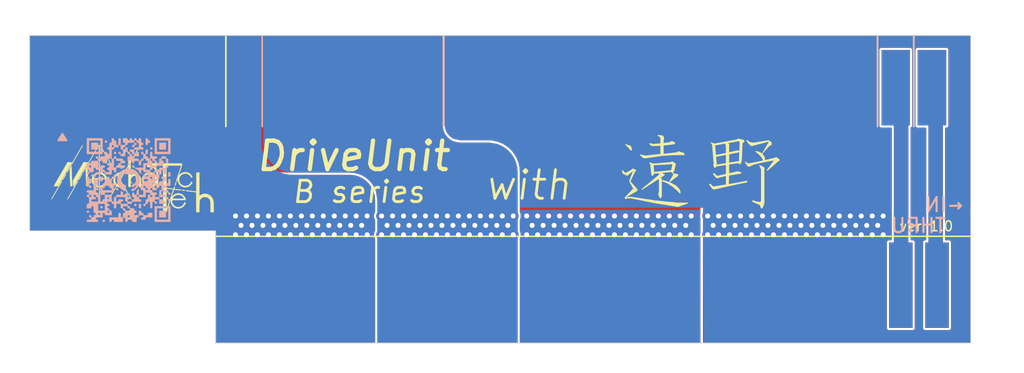
<source format=kicad_pcb>
(kicad_pcb (version 20171130) (host pcbnew "(5.1.10)-1")
  (layers (0 Top signal) (31 Bottom signal) (34 B.Paste user) (35 F.Paste user) (36 B.SilkS user) (37 F.SilkS user) (38 B.Mask user) (39 F.Mask user) (44 Edge.Cuts user))
  (net 0 "")
  (net 1 GND)
  (net 2 VCC)
  (net 3 /SA)
  (net 4 /SB)
  (net 5 /VCC_IN)
  (net 6 /DIR_IN)
  (net 7 /PWM_IN)
  (net 8 /GND_IN)
  (module "DUB_with_Tono(ver1.0):QRコード" (layer Bottom) (at 122.44832 104.3432 180)
    (fp_text reference G*** hide)
    (fp_text value LOGO hide)
  )
  (module "DUB_with_Tono(ver1.0):メカテック部ロゴ" (layer Top) (at 122.85472 104.1654)
    (fp_text reference G*** hide)
    (fp_text value LOGO hide)
  )
  (module "DUB_with_Tono(ver1.0):10046971-019LF" (layer Top) (at 148.3211 97.8786)
    (fp_text reference DUB1 hide)
    (fp_text value 10046971-019LF hide)
    (pad P$50 smd rect (at -30.48 0) (size 2 5.3) (layers Bottom B.Paste B.Mask) (net 3 /SA))
    (pad P$49 smd rect (at -27.94 0) (size 2 5.3) (layers Bottom B.Paste B.Mask) (net 3 /SA))
    (pad P$48 smd rect (at -25.4 0) (size 2 5.3) (layers Bottom B.Paste B.Mask) (net 3 /SA))
    (pad P$47 smd rect (at -22.86 0) (size 2 5.3) (layers Bottom B.Paste B.Mask) (net 3 /SA))
    (pad P$46 smd rect (at -20.32 0) (size 2 5.3) (layers Bottom B.Paste B.Mask) (net 3 /SA))
    (pad P$45 smd rect (at -17.78 0) (size 2 5.3) (layers Bottom B.Paste B.Mask) (net 3 /SA))
    (pad P$44 smd rect (at -15.24 0) (size 2 5.3) (layers Bottom B.Paste B.Mask) (net 4 /SB))
    (pad P$43 smd rect (at -12.7 0) (size 2 5.3) (layers Bottom B.Paste B.Mask) (net 4 /SB))
    (pad P$42 smd rect (at -10.16 0) (size 2 5.3) (layers Bottom B.Paste B.Mask) (net 4 /SB))
    (pad P$41 smd rect (at -7.62 0) (size 2 5.3) (layers Bottom B.Paste B.Mask) (net 4 /SB))
    (pad P$40 smd rect (at -5.08 0) (size 2 5.3) (layers Bottom B.Paste B.Mask) (net 4 /SB))
    (pad P$39 smd rect (at -2.54 0) (size 2 5.3) (layers Bottom B.Paste B.Mask) (net 1 GND))
    (pad P$38 smd rect (at 0 0) (size 2 5.3) (layers Bottom B.Paste B.Mask) (net 1 GND))
    (pad P$37 smd rect (at 2.54 0) (size 2 5.3) (layers Bottom B.Paste B.Mask) (net 1 GND))
    (pad P$36 smd rect (at 5.08 0) (size 2 5.3) (layers Bottom B.Paste B.Mask) (net 1 GND))
    (pad P$35 smd rect (at 7.62 0) (size 2 5.3) (layers Bottom B.Paste B.Mask) (net 1 GND))
    (pad P$34 smd rect (at 10.16 0) (size 2 5.3) (layers Bottom B.Paste B.Mask) (net 1 GND))
    (pad P$33 smd rect (at 12.7 0) (size 2 5.3) (layers Bottom B.Paste B.Mask) (net 1 GND))
    (pad P$32 smd rect (at 15.24 0) (size 2 5.3) (layers Bottom B.Paste B.Mask) (net 1 GND))
    (pad P$31 smd rect (at 17.78 0) (size 2 5.3) (layers Bottom B.Paste B.Mask) (net 1 GND))
    (pad P$30 smd rect (at 20.32 0) (size 2 5.3) (layers Bottom B.Paste B.Mask) (net 1 GND))
    (pad P$29 smd rect (at 22.86 0) (size 2 5.3) (layers Bottom B.Paste B.Mask) (net 1 GND))
    (pad P$28 smd rect (at 25.4 0) (size 2 5.3) (layers Bottom B.Paste B.Mask) (net 1 GND))
    (pad P$27 smd rect (at 27.94 0) (size 2 5.3) (layers Bottom B.Paste B.Mask) (net 5 /VCC_IN))
    (pad P$26 smd rect (at 30.48 0) (size 2 5.3) (layers Bottom B.Paste B.Mask) (net 6 /DIR_IN))
    (pad P$25 smd rect (at 30.48 0) (size 2 5.3) (layers Top F.Paste F.Mask) (net 7 /PWM_IN))
    (pad P$24 smd rect (at 27.94 0) (size 2 5.3) (layers Top F.Paste F.Mask) (net 8 /GND_IN))
    (pad P$23 smd rect (at 25.4 0) (size 2 5.3) (layers Top F.Paste F.Mask) (net 2 VCC))
    (pad P$22 smd rect (at 22.86 0) (size 2 5.3) (layers Top F.Paste F.Mask) (net 2 VCC))
    (pad P$21 smd rect (at 20.32 0) (size 2 5.3) (layers Top F.Paste F.Mask) (net 2 VCC))
    (pad P$20 smd rect (at 17.78 0) (size 2 5.3) (layers Top F.Paste F.Mask) (net 2 VCC))
    (pad P$19 smd rect (at 15.24 0) (size 2 5.3) (layers Top F.Paste F.Mask) (net 2 VCC))
    (pad P$18 smd rect (at 12.7 0) (size 2 5.3) (layers Top F.Paste F.Mask) (net 2 VCC))
    (pad P$17 smd rect (at 10.16 0) (size 2 5.3) (layers Top F.Paste F.Mask) (net 2 VCC))
    (pad P$16 smd rect (at 7.62 0) (size 2 5.3) (layers Top F.Paste F.Mask) (net 2 VCC))
    (pad P$15 smd rect (at 5.08 0) (size 2 5.3) (layers Top F.Paste F.Mask) (net 2 VCC))
    (pad P$14 smd rect (at 2.54 0) (size 2 5.3) (layers Top F.Paste F.Mask) (net 2 VCC))
    (pad P$13 smd rect (at 0 0) (size 2 5.3) (layers Top F.Paste F.Mask) (net 2 VCC))
    (pad P$12 smd rect (at -2.54 0) (size 2 5.3) (layers Top F.Paste F.Mask) (net 2 VCC))
    (pad P$11 smd rect (at -5.08 0) (size 2 5.3) (layers Top F.Paste F.Mask) (net 4 /SB))
    (pad P$10 smd rect (at -7.62 0) (size 2 5.3) (layers Top F.Paste F.Mask) (net 4 /SB))
    (pad P$9 smd rect (at -10.16 0) (size 2 5.3) (layers Top F.Paste F.Mask) (net 4 /SB))
    (pad P$8 smd rect (at -12.7 0) (size 2 5.3) (layers Top F.Paste F.Mask) (net 4 /SB))
    (pad P$7 smd rect (at -15.24 0) (size 2 5.3) (layers Top F.Paste F.Mask) (net 4 /SB))
    (pad P$6 smd rect (at -17.78 0) (size 2 5.3) (layers Top F.Paste F.Mask) (net 4 /SB))
    (pad P$5 smd rect (at -20.32 0) (size 2 5.3) (layers Top F.Paste F.Mask) (net 3 /SA))
    (pad P$4 smd rect (at -22.86 0) (size 2 5.3) (layers Top F.Paste F.Mask) (net 3 /SA))
    (pad P$3 smd rect (at -25.4 0) (size 2 5.3) (layers Top F.Paste F.Mask) (net 3 /SA))
    (pad P$2 smd rect (at -27.94 0) (size 2 5.3) (layers Top F.Paste F.Mask) (net 3 /SA))
    (pad P$1 smd rect (at -30.48 0) (size 2 5.3) (layers Top F.Paste F.Mask) (net 3 /SA))
  )
  (module "DUB_with_Tono(ver1.0):5-5530843-4" (layer Top) (at 156.2989 111.7346)
    (fp_text reference 遠野1 hide)
    (fp_text value 5-5530843-4 hide)
    (pad P$40 smd rect (at -25.4 0) (size 1.651 6) (layers Bottom B.Paste B.Mask) (net 3 /SA))
    (pad P$39 smd rect (at -22.86 0) (size 1.651 6) (layers Bottom B.Paste B.Mask) (net 3 /SA))
    (pad P$38 smd rect (at -20.32 0) (size 1.651 6) (layers Bottom B.Paste B.Mask) (net 3 /SA))
    (pad P$37 smd rect (at -17.78 0) (size 1.651 6) (layers Bottom B.Paste B.Mask) (net 3 /SA))
    (pad P$36 smd rect (at -15.24 0) (size 1.651 6) (layers Bottom B.Paste B.Mask) (net 4 /SB))
    (pad P$35 smd rect (at -12.7 0) (size 1.651 6) (layers Bottom B.Paste B.Mask) (net 4 /SB))
    (pad P$34 smd rect (at -10.16 0) (size 1.651 6) (layers Bottom B.Paste B.Mask) (net 4 /SB))
    (pad P$33 smd rect (at -7.62 0) (size 1.651 6) (layers Bottom B.Paste B.Mask) (net 4 /SB))
    (pad P$32 smd rect (at -5.08 0) (size 1.651 6) (layers Bottom B.Paste B.Mask) (net 2 VCC))
    (pad P$31 smd rect (at -2.54 0) (size 1.651 6) (layers Bottom B.Paste B.Mask) (net 2 VCC))
    (pad P$30 smd rect (at 0 0) (size 1.651 6) (layers Bottom B.Paste B.Mask) (net 2 VCC))
    (pad P$29 smd rect (at 2.54 0) (size 1.651 6) (layers Bottom B.Paste B.Mask) (net 2 VCC))
    (pad P$28 smd rect (at 5.08 0) (size 1.651 6) (layers Bottom B.Paste B.Mask) (net 2 VCC))
    (pad P$27 smd rect (at 7.62 0) (size 1.651 6) (layers Bottom B.Paste B.Mask) (net 1 GND))
    (pad P$26 smd rect (at 10.16 0) (size 1.651 6) (layers Bottom B.Paste B.Mask) (net 1 GND))
    (pad P$25 smd rect (at 12.7 0) (size 1.651 6) (layers Bottom B.Paste B.Mask) (net 1 GND))
    (pad P$24 smd rect (at 15.24 0) (size 1.651 6) (layers Bottom B.Paste B.Mask) (net 1 GND))
    (pad P$23 smd rect (at 17.78 0) (size 1.651 6) (layers Bottom B.Paste B.Mask) (net 1 GND))
    (pad P$22 smd rect (at 20.32 0) (size 1.651 6) (layers Bottom B.Paste B.Mask) (net 5 /VCC_IN))
    (pad P$21 smd rect (at 22.86 0) (size 1.651 6) (layers Bottom B.Paste B.Mask) (net 6 /DIR_IN))
    (pad P$20 smd rect (at 22.86 0) (size 1.651 6) (layers Top F.Paste F.Mask) (net 7 /PWM_IN))
    (pad P$19 smd rect (at 20.32 0) (size 1.651 6) (layers Top F.Paste F.Mask) (net 8 /GND_IN))
    (pad P$18 smd rect (at 17.78 0) (size 1.651 6) (layers Top F.Paste F.Mask) (net 1 GND))
    (pad P$17 smd rect (at 15.24 0) (size 1.651 6) (layers Top F.Paste F.Mask) (net 1 GND))
    (pad P$16 smd rect (at 12.7 0) (size 1.651 6) (layers Top F.Paste F.Mask) (net 1 GND))
    (pad P$15 smd rect (at 10.16 0) (size 1.651 6) (layers Top F.Paste F.Mask) (net 1 GND))
    (pad P$14 smd rect (at 7.62 0) (size 1.651 6) (layers Top F.Paste F.Mask) (net 1 GND))
    (pad P$13 smd rect (at 5.08 0) (size 1.651 6) (layers Top F.Paste F.Mask) (net 2 VCC))
    (pad P$12 smd rect (at 2.54 0) (size 1.651 6) (layers Top F.Paste F.Mask) (net 2 VCC))
    (pad P$11 smd rect (at 0 0) (size 1.651 6) (layers Top F.Paste F.Mask) (net 2 VCC))
    (pad P$10 smd rect (at -2.54 0) (size 1.651 6) (layers Top F.Paste F.Mask) (net 2 VCC))
    (pad P$9 smd rect (at -5.08 0) (size 1.651 6) (layers Top F.Paste F.Mask) (net 2 VCC))
    (pad P$8 smd rect (at -7.62 0) (size 1.651 6) (layers Top F.Paste F.Mask) (net 4 /SB))
    (pad P$7 smd rect (at -10.16 0) (size 1.651 6) (layers Top F.Paste F.Mask) (net 4 /SB))
    (pad P$6 smd rect (at -12.7 0) (size 1.651 6) (layers Top F.Paste F.Mask) (net 4 /SB))
    (pad P$5 smd rect (at -15.24 0) (size 1.651 6) (layers Top F.Paste F.Mask) (net 4 /SB))
    (pad P$4 smd rect (at -17.78 0) (size 1.651 6) (layers Top F.Paste F.Mask) (net 3 /SA))
    (pad P$3 smd rect (at -20.32 0) (size 1.651 6) (layers Top F.Paste F.Mask) (net 3 /SA))
    (pad P$2 smd rect (at -22.86 0) (size 1.651 6) (layers Top F.Paste F.Mask) (net 3 /SA))
    (pad P$1 smd rect (at -25.4 0) (size 1.651 6) (layers Top F.Paste F.Mask) (net 3 /SA))
  )
  (module "DUB_with_Tono(ver1.0):TOONO" (layer Top) (at 156.21508 106.95432)
    (fp_text reference U$1 hide)
    (fp_text value YAJU hide)
  )
  (gr_line (start 177.52568 94.22384) (end 177.52568 100.59924) (layer B.SilkS) (width 0.12))
  (gr_line (start 174.98568 94.22384) (end 174.98568 100.59924) (layer B.SilkS) (width 0.12))
  (gr_line (start 144.52092 94.22384) (end 144.52092 100.59924) (layer B.SilkS) (width 0.12))
  (gr_line (start 131.80568 94.22384) (end 131.80568 100.59924) (layer B.SilkS) (width 0.12))
  (gr_line (start 177.52568 94.22384) (end 177.52568 100.59924) (layer F.SilkS) (width 0.12))
  (gr_line (start 174.98568 94.22384) (end 174.98568 100.59924) (layer F.SilkS) (width 0.12))
  (gr_line (start 144.52092 100.59924) (end 144.52092 94.22384) (layer F.SilkS) (width 0.12))
  (gr_line (start 129.25552 100.59924) (end 129.25552 94.22384) (layer F.SilkS) (width 0.12))
  (gr_text THRU (at 177.84572 107.55376) (layer B.SilkS) (effects (font (size 1 1)) (justify mirror)))
  (gr_text ←IN (at 179.69992 106.09072) (layer B.SilkS) (effects (font (size 1 1)) (justify mirror)))
  (gr_poly (pts (xy 117.48008 101.57968) (xy 118.08968 101.57968) (xy 117.78488 101.092)) (layer B.SilkS) (width 0.1))
  (gr_text "ver 1.0" (at 178.4096 107.59948) (layer F.SilkS) (effects (font (size 0.7 0.7) (thickness 0.1))))
  (gr_text with (at 150.47976 104.71912) (layer F.SilkS) (effects (font (size 2 2) (thickness 0.2) italic)))
  (gr_text "B series" (at 138.57732 105.18648) (layer F.SilkS) (effects (font (size 1.5 1.5) (thickness 0.2) italic)))
  (gr_text DriveUnit (at 138.15568 102.67696) (layer F.SilkS) (effects (font (size 2 2) (thickness 0.3) italic)))
  (gr_line (start 115.4811 94.2086) (end 115.4811 107.9166) (layer Edge.Cuts) (width 0.05))
  (gr_line (start 128.5367 115.7986) (end 181.5211 115.7986) (layer Edge.Cuts) (width 0.05))
  (gr_line (start 181.5211 115.7986) (end 181.5211 94.2086) (layer Edge.Cuts) (width 0.05))
  (gr_line (start 181.5211 94.2086) (end 115.4811 94.2086) (layer Edge.Cuts) (width 0.05))
  (gr_line (start 128.5367 108.3056) (end 181.5211 108.3056) (layer F.SilkS) (width 0.1))
  (gr_line (start 115.4811 107.9166) (end 128.5367 107.9166) (layer Edge.Cuts) (width 0.05))
  (gr_line (start 128.5367 107.9166) (end 128.5367 115.7986) (layer Edge.Cuts) (width 0.05))
  (via (at 163.0611 108.1986) (size 0.7564) (drill 0.35) (layers Top Bottom) (net 1))
  (via (at 163.4461 107.5386) (size 0.7564) (drill 0.35) (layers Top Bottom) (net 1))
  (via (at 163.0611 106.8786) (size 0.7564) (drill 0.35) (layers Top Bottom) (net 1))
  (via (at 163.8311 108.1986) (size 0.7564) (drill 0.35) (layers Top Bottom) (net 1))
  (via (at 164.6011 108.1986) (size 0.7564) (drill 0.35) (layers Top Bottom) (net 1))
  (via (at 165.3711 108.1986) (size 0.7564) (drill 0.35) (layers Top Bottom) (net 1))
  (via (at 166.1411 108.1986) (size 0.7564) (drill 0.35) (layers Top Bottom) (net 1))
  (via (at 166.9111 108.1986) (size 0.7564) (drill 0.35) (layers Top Bottom) (net 1))
  (via (at 167.6811 108.1986) (size 0.7564) (drill 0.35) (layers Top Bottom) (net 1))
  (via (at 168.4511 108.1986) (size 0.7564) (drill 0.35) (layers Top Bottom) (net 1))
  (via (at 169.2211 108.1986) (size 0.7564) (drill 0.35) (layers Top Bottom) (net 1))
  (via (at 169.9911 108.1986) (size 0.7564) (drill 0.35) (layers Top Bottom) (net 1))
  (via (at 170.7611 108.1986) (size 0.7564) (drill 0.35) (layers Top Bottom) (net 1))
  (via (at 171.5311 108.1986) (size 0.7564) (drill 0.35) (layers Top Bottom) (net 1))
  (via (at 172.3011 108.1986) (size 0.7564) (drill 0.35) (layers Top Bottom) (net 1))
  (via (at 164.2161 107.5386) (size 0.7564) (drill 0.35) (layers Top Bottom) (net 1))
  (via (at 164.9861 107.5386) (size 0.7564) (drill 0.35) (layers Top Bottom) (net 1))
  (via (at 165.7561 107.5386) (size 0.7564) (drill 0.35) (layers Top Bottom) (net 1))
  (via (at 166.5261 107.5386) (size 0.7564) (drill 0.35) (layers Top Bottom) (net 1))
  (via (at 167.2961 107.5386) (size 0.7564) (drill 0.35) (layers Top Bottom) (net 1))
  (via (at 168.0661 107.5386) (size 0.7564) (drill 0.35) (layers Top Bottom) (net 1))
  (via (at 168.8361 107.5386) (size 0.7564) (drill 0.35) (layers Top Bottom) (net 1))
  (via (at 169.6061 107.5386) (size 0.7564) (drill 0.35) (layers Top Bottom) (net 1))
  (via (at 170.3761 107.5386) (size 0.7564) (drill 0.35) (layers Top Bottom) (net 1))
  (via (at 171.1461 107.5386) (size 0.7564) (drill 0.35) (layers Top Bottom) (net 1))
  (via (at 171.9161 107.5386) (size 0.7564) (drill 0.35) (layers Top Bottom) (net 1))
  (via (at 163.8311 106.8786) (size 0.7564) (drill 0.35) (layers Top Bottom) (net 1))
  (via (at 164.6011 106.8786) (size 0.7564) (drill 0.35) (layers Top Bottom) (net 1))
  (via (at 165.3711 106.8786) (size 0.7564) (drill 0.35) (layers Top Bottom) (net 1))
  (via (at 166.1411 106.8786) (size 0.7564) (drill 0.35) (layers Top Bottom) (net 1))
  (via (at 166.9111 106.8786) (size 0.7564) (drill 0.35) (layers Top Bottom) (net 1))
  (via (at 167.6811 106.8786) (size 0.7564) (drill 0.35) (layers Top Bottom) (net 1))
  (via (at 168.4511 106.8786) (size 0.7564) (drill 0.35) (layers Top Bottom) (net 1))
  (via (at 169.2211 106.8786) (size 0.7564) (drill 0.35) (layers Top Bottom) (net 1))
  (via (at 169.9911 106.8786) (size 0.7564) (drill 0.35) (layers Top Bottom) (net 1))
  (via (at 170.7611 106.8786) (size 0.7564) (drill 0.35) (layers Top Bottom) (net 1))
  (via (at 171.5311 106.8786) (size 0.7564) (drill 0.35) (layers Top Bottom) (net 1))
  (via (at 172.3011 106.8786) (size 0.7564) (drill 0.35) (layers Top Bottom) (net 1))
  (via (at 172.6861 107.5386) (size 0.7564) (drill 0.35) (layers Top Bottom) (net 1))
  (via (at 173.0711 108.1986) (size 0.7564) (drill 0.35) (layers Top Bottom) (net 1))
  (via (at 173.0711 106.8786) (size 0.7564) (drill 0.35) (layers Top Bottom) (net 1))
  (via (at 173.4561 107.5386) (size 0.7564) (drill 0.35) (layers Top Bottom) (net 1))
  (via (at 173.8411 108.1986) (size 0.7564) (drill 0.35) (layers Top Bottom) (net 1))
  (via (at 174.6111 108.1986) (size 0.7564) (drill 0.35) (layers Top Bottom) (net 1))
  (via (at 174.2261 107.5386) (size 0.7564) (drill 0.35) (layers Top Bottom) (net 1))
  (via (at 173.8411 106.8786) (size 0.7564) (drill 0.35) (layers Top Bottom) (net 1))
  (via (at 174.6111 106.8786) (size 0.7564) (drill 0.35) (layers Top Bottom) (net 1))
  (via (at 175.3811 108.1986) (size 0.7564) (drill 0.35) (layers Top Bottom) (net 1))
  (via (at 174.9961 107.5386) (size 0.7564) (drill 0.35) (layers Top Bottom) (net 1))
  (via (at 175.3811 106.8786) (size 0.7564) (drill 0.35) (layers Top Bottom) (net 1))
  (via (at 150.3611 108.1986) (size 0.7564) (drill 0.35) (layers Top Bottom) (net 2))
  (via (at 150.7461 107.5386) (size 0.7564) (drill 0.35) (layers Top Bottom) (net 2))
  (via (at 150.3611 106.8786) (size 0.7564) (drill 0.35) (layers Top Bottom) (net 2))
  (via (at 151.1311 108.1986) (size 0.7564) (drill 0.35) (layers Top Bottom) (net 2))
  (via (at 151.9011 108.1986) (size 0.7564) (drill 0.35) (layers Top Bottom) (net 2))
  (via (at 152.6711 108.1986) (size 0.7564) (drill 0.35) (layers Top Bottom) (net 2))
  (via (at 153.4411 108.1986) (size 0.7564) (drill 0.35) (layers Top Bottom) (net 2))
  (via (at 154.2111 108.1986) (size 0.7564) (drill 0.35) (layers Top Bottom) (net 2))
  (via (at 154.9811 108.1986) (size 0.7564) (drill 0.35) (layers Top Bottom) (net 2))
  (via (at 155.7511 108.1986) (size 0.7564) (drill 0.35) (layers Top Bottom) (net 2))
  (via (at 156.5211 108.1986) (size 0.7564) (drill 0.35) (layers Top Bottom) (net 2))
  (via (at 157.2911 108.1986) (size 0.7564) (drill 0.35) (layers Top Bottom) (net 2))
  (via (at 158.0611 108.1986) (size 0.7564) (drill 0.35) (layers Top Bottom) (net 2))
  (via (at 158.8311 108.1986) (size 0.7564) (drill 0.35) (layers Top Bottom) (net 2))
  (via (at 159.6011 108.1986) (size 0.7564) (drill 0.35) (layers Top Bottom) (net 2))
  (via (at 151.5161 107.5386) (size 0.7564) (drill 0.35) (layers Top Bottom) (net 2))
  (via (at 152.2861 107.5386) (size 0.7564) (drill 0.35) (layers Top Bottom) (net 2))
  (via (at 153.0561 107.5386) (size 0.7564) (drill 0.35) (layers Top Bottom) (net 2))
  (via (at 153.8261 107.5386) (size 0.7564) (drill 0.35) (layers Top Bottom) (net 2))
  (via (at 154.5961 107.5386) (size 0.7564) (drill 0.35) (layers Top Bottom) (net 2))
  (via (at 155.3661 107.5386) (size 0.7564) (drill 0.35) (layers Top Bottom) (net 2))
  (via (at 156.1361 107.5386) (size 0.7564) (drill 0.35) (layers Top Bottom) (net 2))
  (via (at 156.9061 107.5386) (size 0.7564) (drill 0.35) (layers Top Bottom) (net 2))
  (via (at 157.6761 107.5386) (size 0.7564) (drill 0.35) (layers Top Bottom) (net 2))
  (via (at 158.4461 107.5386) (size 0.7564) (drill 0.35) (layers Top Bottom) (net 2))
  (via (at 159.2161 107.5386) (size 0.7564) (drill 0.35) (layers Top Bottom) (net 2))
  (via (at 151.1311 106.8786) (size 0.7564) (drill 0.35) (layers Top Bottom) (net 2))
  (via (at 151.9011 106.8786) (size 0.7564) (drill 0.35) (layers Top Bottom) (net 2))
  (via (at 152.6711 106.8786) (size 0.7564) (drill 0.35) (layers Top Bottom) (net 2))
  (via (at 153.4411 106.8786) (size 0.7564) (drill 0.35) (layers Top Bottom) (net 2))
  (via (at 154.2111 106.8786) (size 0.7564) (drill 0.35) (layers Top Bottom) (net 2))
  (via (at 154.9811 106.8786) (size 0.7564) (drill 0.35) (layers Top Bottom) (net 2))
  (via (at 155.7511 106.8786) (size 0.7564) (drill 0.35) (layers Top Bottom) (net 2))
  (via (at 156.5211 106.8786) (size 0.7564) (drill 0.35) (layers Top Bottom) (net 2))
  (via (at 157.2911 106.8786) (size 0.7564) (drill 0.35) (layers Top Bottom) (net 2))
  (via (at 158.0611 106.8786) (size 0.7564) (drill 0.35) (layers Top Bottom) (net 2))
  (via (at 158.8311 106.8786) (size 0.7564) (drill 0.35) (layers Top Bottom) (net 2))
  (via (at 159.6011 106.8786) (size 0.7564) (drill 0.35) (layers Top Bottom) (net 2))
  (via (at 159.9861 107.5386) (size 0.7564) (drill 0.35) (layers Top Bottom) (net 2))
  (via (at 160.3711 108.1986) (size 0.7564) (drill 0.35) (layers Top Bottom) (net 2))
  (via (at 160.3711 106.8786) (size 0.7564) (drill 0.35) (layers Top Bottom) (net 2))
  (via (at 160.7561 107.5386) (size 0.7564) (drill 0.35) (layers Top Bottom) (net 2))
  (via (at 161.1411 108.1986) (size 0.7564) (drill 0.35) (layers Top Bottom) (net 2))
  (via (at 161.9111 108.1986) (size 0.7564) (drill 0.35) (layers Top Bottom) (net 2))
  (via (at 161.5261 107.5386) (size 0.7564) (drill 0.35) (layers Top Bottom) (net 2))
  (via (at 161.1411 106.8786) (size 0.7564) (drill 0.35) (layers Top Bottom) (net 2))
  (via (at 161.9111 106.8786) (size 0.7564) (drill 0.35) (layers Top Bottom) (net 2))
  (via (at 129.9311 108.1986) (size 0.7564) (drill 0.35) (layers Top Bottom) (net 3))
  (via (at 130.3161 107.5386) (size 0.7564) (drill 0.35) (layers Top Bottom) (net 3))
  (via (at 129.9311 106.8786) (size 0.7564) (drill 0.35) (layers Top Bottom) (net 3))
  (via (at 130.7011 108.1986) (size 0.7564) (drill 0.35) (layers Top Bottom) (net 3))
  (via (at 131.4711 108.1986) (size 0.7564) (drill 0.35) (layers Top Bottom) (net 3))
  (via (at 132.2411 108.1986) (size 0.7564) (drill 0.35) (layers Top Bottom) (net 3))
  (via (at 133.0111 108.1986) (size 0.7564) (drill 0.35) (layers Top Bottom) (net 3))
  (via (at 133.7811 108.1986) (size 0.7564) (drill 0.35) (layers Top Bottom) (net 3))
  (via (at 134.5511 108.1986) (size 0.7564) (drill 0.35) (layers Top Bottom) (net 3))
  (via (at 135.3211 108.1986) (size 0.7564) (drill 0.35) (layers Top Bottom) (net 3))
  (via (at 136.0911 108.1986) (size 0.7564) (drill 0.35) (layers Top Bottom) (net 3))
  (via (at 136.8611 108.1986) (size 0.7564) (drill 0.35) (layers Top Bottom) (net 3))
  (via (at 137.6311 108.1986) (size 0.7564) (drill 0.35) (layers Top Bottom) (net 3))
  (via (at 138.4011 108.1986) (size 0.7564) (drill 0.35) (layers Top Bottom) (net 3))
  (via (at 139.1711 108.1986) (size 0.7564) (drill 0.35) (layers Top Bottom) (net 3))
  (via (at 131.0861 107.5386) (size 0.7564) (drill 0.35) (layers Top Bottom) (net 3))
  (via (at 131.8561 107.5386) (size 0.7564) (drill 0.35) (layers Top Bottom) (net 3))
  (via (at 132.6261 107.5386) (size 0.7564) (drill 0.35) (layers Top Bottom) (net 3))
  (via (at 133.3961 107.5386) (size 0.7564) (drill 0.35) (layers Top Bottom) (net 3))
  (via (at 134.1661 107.5386) (size 0.7564) (drill 0.35) (layers Top Bottom) (net 3))
  (via (at 134.9361 107.5386) (size 0.7564) (drill 0.35) (layers Top Bottom) (net 3))
  (via (at 135.7061 107.5386) (size 0.7564) (drill 0.35) (layers Top Bottom) (net 3))
  (via (at 136.4761 107.5386) (size 0.7564) (drill 0.35) (layers Top Bottom) (net 3))
  (via (at 137.2461 107.5386) (size 0.7564) (drill 0.35) (layers Top Bottom) (net 3))
  (via (at 138.0161 107.5386) (size 0.7564) (drill 0.35) (layers Top Bottom) (net 3))
  (via (at 138.7861 107.5386) (size 0.7564) (drill 0.35) (layers Top Bottom) (net 3))
  (via (at 130.7011 106.8786) (size 0.7564) (drill 0.35) (layers Top Bottom) (net 3))
  (via (at 131.4711 106.8786) (size 0.7564) (drill 0.35) (layers Top Bottom) (net 3))
  (via (at 132.2411 106.8786) (size 0.7564) (drill 0.35) (layers Top Bottom) (net 3))
  (via (at 133.0111 106.8786) (size 0.7564) (drill 0.35) (layers Top Bottom) (net 3))
  (via (at 133.7811 106.8786) (size 0.7564) (drill 0.35) (layers Top Bottom) (net 3))
  (via (at 134.5511 106.8786) (size 0.7564) (drill 0.35) (layers Top Bottom) (net 3))
  (via (at 135.3211 106.8786) (size 0.7564) (drill 0.35) (layers Top Bottom) (net 3))
  (via (at 136.0911 106.8786) (size 0.7564) (drill 0.35) (layers Top Bottom) (net 3))
  (via (at 136.8611 106.8786) (size 0.7564) (drill 0.35) (layers Top Bottom) (net 3))
  (via (at 137.6311 106.8786) (size 0.7564) (drill 0.35) (layers Top Bottom) (net 3))
  (via (at 138.4011 106.8786) (size 0.7564) (drill 0.35) (layers Top Bottom) (net 3))
  (via (at 139.1711 106.8786) (size 0.7564) (drill 0.35) (layers Top Bottom) (net 3))
  (via (at 140.1811 108.1986) (size 0.7564) (drill 0.35) (layers Top Bottom) (net 4))
  (via (at 140.5661 107.5386) (size 0.7564) (drill 0.35) (layers Top Bottom) (net 4))
  (via (at 140.1811 106.8786) (size 0.7564) (drill 0.35) (layers Top Bottom) (net 4))
  (via (at 140.9511 108.1986) (size 0.7564) (drill 0.35) (layers Top Bottom) (net 4))
  (via (at 141.7211 108.1986) (size 0.7564) (drill 0.35) (layers Top Bottom) (net 4))
  (via (at 142.4911 108.1986) (size 0.7564) (drill 0.35) (layers Top Bottom) (net 4))
  (via (at 143.2611 108.1986) (size 0.7564) (drill 0.35) (layers Top Bottom) (net 4))
  (via (at 144.0311 108.1986) (size 0.7564) (drill 0.35) (layers Top Bottom) (net 4))
  (via (at 144.8011 108.1986) (size 0.7564) (drill 0.35) (layers Top Bottom) (net 4))
  (via (at 145.5711 108.1986) (size 0.7564) (drill 0.35) (layers Top Bottom) (net 4))
  (via (at 146.3411 108.1986) (size 0.7564) (drill 0.35) (layers Top Bottom) (net 4))
  (via (at 147.1111 108.1986) (size 0.7564) (drill 0.35) (layers Top Bottom) (net 4))
  (via (at 147.8811 108.1986) (size 0.7564) (drill 0.35) (layers Top Bottom) (net 4))
  (via (at 148.6511 108.1986) (size 0.7564) (drill 0.35) (layers Top Bottom) (net 4))
  (via (at 149.4211 108.1986) (size 0.7564) (drill 0.35) (layers Top Bottom) (net 4))
  (via (at 141.3361 107.5386) (size 0.7564) (drill 0.35) (layers Top Bottom) (net 4))
  (via (at 142.1061 107.5386) (size 0.7564) (drill 0.35) (layers Top Bottom) (net 4))
  (via (at 142.8761 107.5386) (size 0.7564) (drill 0.35) (layers Top Bottom) (net 4))
  (via (at 143.6461 107.5386) (size 0.7564) (drill 0.35) (layers Top Bottom) (net 4))
  (via (at 144.4161 107.5386) (size 0.7564) (drill 0.35) (layers Top Bottom) (net 4))
  (via (at 145.1861 107.5386) (size 0.7564) (drill 0.35) (layers Top Bottom) (net 4))
  (via (at 145.9561 107.5386) (size 0.7564) (drill 0.35) (layers Top Bottom) (net 4))
  (via (at 146.7261 107.5386) (size 0.7564) (drill 0.35) (layers Top Bottom) (net 4))
  (via (at 147.4961 107.5386) (size 0.7564) (drill 0.35) (layers Top Bottom) (net 4))
  (via (at 148.2661 107.5386) (size 0.7564) (drill 0.35) (layers Top Bottom) (net 4))
  (via (at 149.0361 107.5386) (size 0.7564) (drill 0.35) (layers Top Bottom) (net 4))
  (via (at 140.9511 106.8786) (size 0.7564) (drill 0.35) (layers Top Bottom) (net 4))
  (via (at 141.7211 106.8786) (size 0.7564) (drill 0.35) (layers Top Bottom) (net 4))
  (via (at 142.4911 106.8786) (size 0.7564) (drill 0.35) (layers Top Bottom) (net 4))
  (via (at 143.2611 106.8786) (size 0.7564) (drill 0.35) (layers Top Bottom) (net 4))
  (via (at 144.0311 106.8786) (size 0.7564) (drill 0.35) (layers Top Bottom) (net 4))
  (via (at 144.8011 106.8786) (size 0.7564) (drill 0.35) (layers Top Bottom) (net 4))
  (via (at 145.5711 106.8786) (size 0.7564) (drill 0.35) (layers Top Bottom) (net 4))
  (via (at 146.3411 106.8786) (size 0.7564) (drill 0.35) (layers Top Bottom) (net 4))
  (via (at 147.1111 106.8786) (size 0.7564) (drill 0.35) (layers Top Bottom) (net 4))
  (via (at 147.8811 106.8786) (size 0.7564) (drill 0.35) (layers Top Bottom) (net 4))
  (via (at 148.6511 106.8786) (size 0.7564) (drill 0.35) (layers Top Bottom) (net 4))
  (via (at 149.4211 106.8786) (size 0.7564) (drill 0.35) (layers Top Bottom) (net 4))
  (segment (start 176.2611 97.8786) (end 176.6411 98.2586) (width 1.016) (layer Bottom) (net 5))
  (segment (start 176.6411 98.2586) (end 176.6411 111.7124) (width 1.016) (layer Bottom) (net 5))
  (segment (start 176.6189 111.7346) (end 176.6411 111.7124) (width 1.016) (layer Bottom) (net 5))
  (segment (start 179.1589 111.6446) (end 179.1589 111.7346) (width 0.508) (layer Bottom) (net 6))
  (segment (start 179.1589 111.6446) (end 179.0611 111.5468) (width 0.508) (layer Bottom) (net 6))
  (segment (start 178.8011 97.8786) (end 179.0611 98.1386) (width 1.016) (layer Bottom) (net 6))
  (segment (start 179.0611 98.1386) (end 179.0611 111.5468) (width 1.016) (layer Bottom) (net 6))
  (segment (start 178.8011 97.8786) (end 179.0611 98.1386) (width 1.016) (layer Top) (net 7))
  (segment (start 179.0611 98.1386) (end 179.0611 111.6368) (width 1.016) (layer Top) (net 7))
  (segment (start 179.0611 111.6368) (end 179.1589 111.7346) (width 1.016) (layer Top) (net 7))
  (segment (start 176.2611 97.8786) (end 176.6389 98.2564) (width 1.016) (layer Top) (net 8))
  (segment (start 176.6389 98.2564) (end 176.6389 111.7146) (width 1.016) (layer Top) (net 8))
  (segment (start 176.6389 111.7146) (end 176.6189 111.7346) (width 1.016) (layer Top) (net 8))
  (zone (net 3) (net_name /SA) (layer Bottom) (priority 6) (connect_pads yes (clearance 0.000001)) (min_thickness 0.0762) (fill yes (arc_segments 32) (thermal_gap 0.508) (thermal_bridge_width 0.508))
    (polygon (pts (xy 131.7373 101.765876) (xy 131.760128 102.085051) (xy 131.827566 102.395062) (xy 131.938438 102.692322) (xy 132.090485 102.970773) (xy 132.280608 103.224748) (xy 132.504952 103.449092) (xy 132.758927 103.639215) (xy 133.037378 103.791262) (xy 133.334638 103.902134) (xy 133.644649 103.969572) (xy 133.963824 103.9924) (xy 137.954427 103.9924) (xy 138.259585 104.019098) (xy 138.558695 104.099245) (xy 138.839345 104.230114) (xy 139.093006 104.407728) (xy 139.311972 104.626694) (xy 139.489586 104.880355) (xy 139.620455 105.161005) (xy 139.700602 105.460115) (xy 139.7273 105.765273) (xy 139.7273 117.8748) (xy 113.4049 117.8748) (xy 113.4049 91.7224) (xy 131.7373 91.7224)))
  )
  (zone (net 3) (net_name /SA) (layer Top) (priority 6) (connect_pads yes (clearance 0.000001)) (min_thickness 0.0762) (fill yes (arc_segments 32) (thermal_gap 0.508) (thermal_bridge_width 0.508))
    (polygon (pts (xy 129.1973 99.764603) (xy 129.290221 100.648691) (xy 129.404128 101.073795) (xy 129.562563 101.486532) (xy 129.763274 101.88045) (xy 130.004057 102.251224) (xy 130.28228 102.594801) (xy 130.594899 102.90742) (xy 130.938476 103.185643) (xy 131.30925 103.426426) (xy 131.703168 103.627137) (xy 132.115905 103.785572) (xy 132.542948 103.899998) (xy 132.979601 103.969157) (xy 133.423104 103.9924) (xy 137.954427 103.9924) (xy 138.259585 104.019098) (xy 138.558695 104.099245) (xy 138.839345 104.230114) (xy 139.093006 104.407728) (xy 139.311972 104.626694) (xy 139.489586 104.880355) (xy 139.620455 105.161005) (xy 139.700602 105.460115) (xy 139.7273 105.765273) (xy 139.7273 116.422563) (xy 139.569536 116.2648) (xy 128.227137 116.2648) (xy 128.3649 116.127036) (xy 128.3649 108.9148) (xy 115.2849 108.9148) (xy 115.2849 94.02078) (xy 129.1973 93.910607)))
  )
  (zone (net 4) (net_name /SB) (layer Top) (priority 6) (connect_pads yes (clearance 0.000001)) (min_thickness 0.0762) (fill yes (arc_segments 32) (thermal_gap 0.508) (thermal_bridge_width 0.508))
    (polygon (pts (xy 144.4573 100.491094) (xy 144.552588 100.970138) (xy 144.663851 101.178297) (xy 144.816004 101.363696) (xy 145.001403 101.515849) (xy 145.21291 101.628901) (xy 145.442422 101.698524) (xy 145.684843 101.7224) (xy 147.657097 101.7224) (xy 148.289962 101.822636) (xy 148.593782 101.948482) (xy 148.871599 102.118728) (xy 149.119362 102.330338) (xy 149.330972 102.578101) (xy 149.501218 102.855918) (xy 149.625908 103.156946) (xy 149.701972 103.473774) (xy 149.7273 103.795606) (xy 149.7273 117.8748) (xy 139.8849 117.8748) (xy 139.8849 105.764598) (xy 139.789362 105.161394) (xy 139.675007 104.885317) (xy 139.517298 104.627959) (xy 139.321266 104.398434) (xy 139.091741 104.202402) (xy 138.834383 104.044693) (xy 138.555516 103.929183) (xy 138.262008 103.858717) (xy 137.958107 103.8348) (xy 133.427107 103.8348) (xy 132.585524 103.746346) (xy 132.171453 103.635396) (xy 131.773117 103.48249) (xy 131.392948 103.288784) (xy 131.035108 103.0564) (xy 130.70352 102.787884) (xy 130.401816 102.48618) (xy 130.1333 102.154592) (xy 129.900916 101.796752) (xy 129.70721 101.416583) (xy 129.554304 101.018247) (xy 129.443873 100.606112) (xy 129.377125 100.18469) (xy 129.3549 99.760595) (xy 129.3549 91.7224) (xy 144.4573 91.7224)))
  )
  (zone (net 4) (net_name /SB) (layer Bottom) (priority 6) (connect_pads yes (clearance 0.000001)) (min_thickness 0.0762) (fill yes (arc_segments 32) (thermal_gap 0.508) (thermal_bridge_width 0.508))
    (polygon (pts (xy 144.4573 100.491094) (xy 144.552588 100.970138) (xy 144.663851 101.178297) (xy 144.816004 101.363696) (xy 145.001403 101.515849) (xy 145.21291 101.628901) (xy 145.442422 101.698524) (xy 145.684843 101.7224) (xy 147.657097 101.7224) (xy 148.289962 101.822636) (xy 148.593782 101.948482) (xy 148.871599 102.118728) (xy 149.119362 102.330338) (xy 149.330972 102.578101) (xy 149.501218 102.855918) (xy 149.625908 103.156946) (xy 149.701972 103.473774) (xy 149.7273 103.795606) (xy 149.7273 117.1748) (xy 139.8849 117.1748) (xy 139.8849 105.764598) (xy 139.789362 105.161394) (xy 139.675007 104.885317) (xy 139.517298 104.627959) (xy 139.321266 104.398434) (xy 139.091741 104.202402) (xy 138.834383 104.044693) (xy 138.555516 103.929183) (xy 138.262008 103.858717) (xy 137.958107 103.8348) (xy 133.965103 103.8348) (xy 133.332238 103.734564) (xy 133.028418 103.608718) (xy 132.750601 103.438472) (xy 132.502838 103.226862) (xy 132.291228 102.979099) (xy 132.120982 102.701282) (xy 131.996292 102.400254) (xy 131.920228 102.083426) (xy 131.8949 101.761594) (xy 131.8949 91.7224) (xy 144.4573 91.7224)))
  )
  (zone (net 1) (net_name GND) (layer Top) (priority 6) (connect_pads yes (clearance 0.000001)) (min_thickness 0.0762) (fill yes (arc_segments 32) (thermal_gap 0.508) (thermal_bridge_width 0.508))
    (polygon (pts (xy 182.5873 117.8948) (xy 162.7349 117.8948) (xy 162.7349 106.4524) (xy 182.5873 106.4524)))
  )
  (zone (net 1) (net_name GND) (layer Bottom) (priority 6) (connect_pads yes (clearance 0.000001)) (min_thickness 0.0762) (fill yes (arc_segments 32) (thermal_gap 0.508) (thermal_bridge_width 0.508))
    (polygon (pts (xy 185.2673 117.8748) (xy 162.815425 117.8748) (xy 162.735425 106.2948) (xy 149.8849 106.2948) (xy 149.8849 103.791324) (xy 149.862072 103.472149) (xy 149.794634 103.162138) (xy 149.683762 102.864878) (xy 149.531715 102.586427) (xy 149.341592 102.332452) (xy 149.117248 102.108108) (xy 148.863273 101.917985) (xy 148.584822 101.765938) (xy 148.287562 101.655066) (xy 147.977551 101.587628) (xy 147.658376 101.5648) (xy 145.682514 101.5648) (xy 145.227638 101.460978) (xy 145.019799 101.330383) (xy 144.849317 101.159901) (xy 144.721043 100.955755) (xy 144.641412 100.728184) (xy 144.6149 100.492879) (xy 144.6149 91.7224) (xy 185.2673 91.7224)))
  )
  (zone (net 2) (net_name VCC) (layer Bottom) (priority 6) (connect_pads yes (clearance 0.000001)) (min_thickness 0.0762) (fill yes (arc_segments 32) (thermal_gap 0.508) (thermal_bridge_width 0.508))
    (polygon (pts (xy 162.5573 117.8748) (xy 149.8849 117.8748) (xy 149.8849 106.4524) (xy 162.5573 106.4524)))
  )
  (zone (net 2) (net_name VCC) (layer Top) (priority 6) (connect_pads yes (clearance 0.000001)) (min_thickness 0.0762) (fill yes (arc_segments 32) (thermal_gap 0.508) (thermal_bridge_width 0.508))
    (polygon (pts (xy 182.6173 106.2948) (xy 162.5573 106.2948) (xy 162.5573 117.8748) (xy 149.8849 117.8748) (xy 149.8849 103.791324) (xy 149.862072 103.472149) (xy 149.794634 103.162138) (xy 149.683762 102.864878) (xy 149.531715 102.586427) (xy 149.341592 102.332452) (xy 149.117248 102.108108) (xy 148.863273 101.917985) (xy 148.584822 101.765938) (xy 148.287562 101.655066) (xy 147.977551 101.587628) (xy 147.658376 101.5648) (xy 145.682514 101.5648) (xy 145.227638 101.460978) (xy 145.019799 101.330383) (xy 144.849317 101.159901) (xy 144.721043 100.955755) (xy 144.641412 100.728184) (xy 144.6149 100.492879) (xy 144.6149 91.7224) (xy 182.6173 91.7224)))
  )
)
</source>
